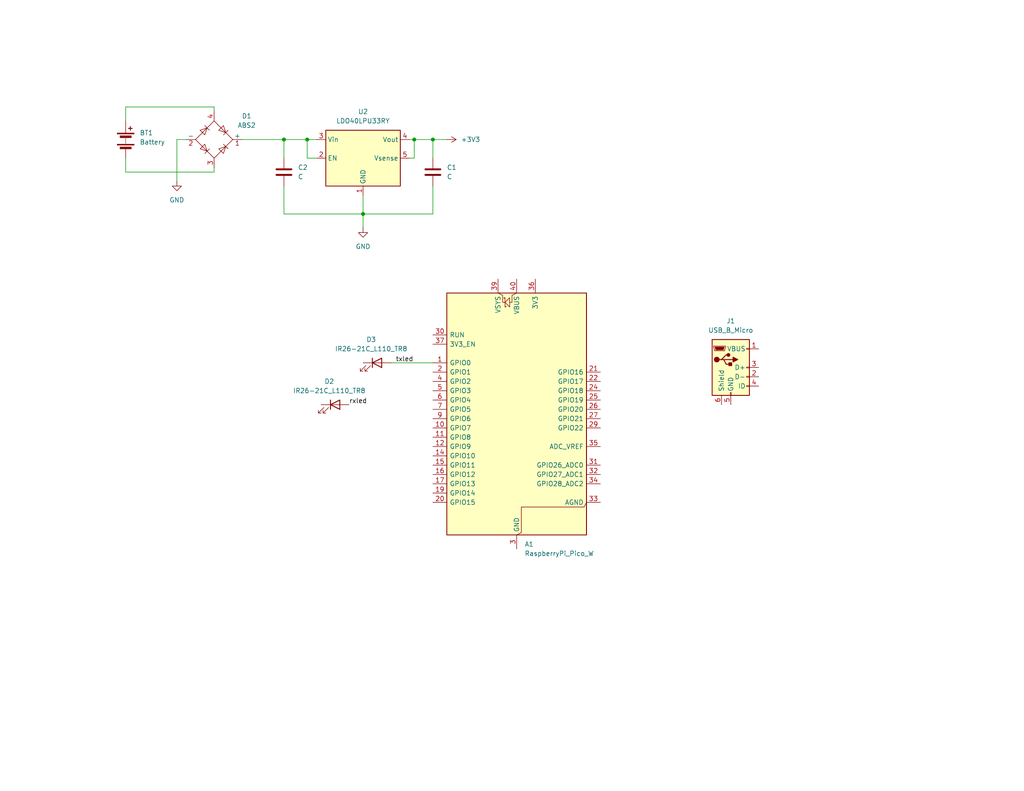
<source format=kicad_sch>
(kicad_sch (version 20250114) (generator "eeschema") (generator_version "9.0")
  (paper "USLetter")
  (title_block (title "28xIrBtAdapter") (date "2025-12-25") (rev "1") (company "tpowell11"))
  (lib_symbols
    (symbol "Connector:USB_B_Micro" (pin_names (offset 1.016))
      (property "Reference" "J" (at -5.08 11.43 0))
      (property "Value" "USB_B_Micro" (at -5.08 8.89 0))
      (symbol "USB_B_Micro_0_1"
        (rectangle (start -5.08 -7.62) (end 5.08 7.62) (stroke (width 0.254)) (fill (type background)))
        (polyline (pts (xy -4.699 5.842) (xy -4.699 5.588) (xy -4.445 4.826) (xy -4.445 4.572) (xy -1.651 4.572) (xy -1.651 4.826) (xy -1.397 5.588) (xy -1.397 5.842) (xy -4.699 5.842)))
        (polyline (pts (xy -4.318 5.588) (xy -1.778 5.588) (xy -2.032 4.826) (xy -4.064 4.826) (xy -4.318 5.588)) (fill (type outline)))
        (circle (center -3.81 2.159) (radius 0.635) (stroke (width 0.254)) (fill (type outline)))
        (polyline (pts (xy -3.175 2.159) (xy -2.54 2.159) (xy -1.27 3.429) (xy -0.635 3.429)) (stroke (width 0.254)))
        (polyline (pts (xy -2.54 2.159) (xy -1.905 2.159) (xy -1.27 0.889) (xy 0 0.889)) (stroke (width 0.254)))
        (polyline (pts (xy -1.905 2.159) (xy 0.635 2.159)) (stroke (width 0.254)))
        (circle (center -0.635 3.429) (radius 0.381) (stroke (width 0.254)) (fill (type outline)))
        (rectangle (start -0.127 -7.62) (end 0.127 -6.858))
        (rectangle (start 0.254 1.27) (end -0.508 0.508) (stroke (width 0.254)) (fill (type outline)))
        (polyline (pts (xy 0.635 2.794) (xy 0.635 1.524) (xy 1.905 2.159) (xy 0.635 2.794)) (stroke (width 0.254)) (fill (type outline)))
        (rectangle (start 5.08 4.953) (end 4.318 5.207))
        (rectangle (start 5.08 -0.127) (end 4.318 0.127))
        (rectangle (start 5.08 -2.667) (end 4.318 -2.413))
        (rectangle (start 5.08 -5.207) (end 4.318 -4.953))
      )
      (symbol "USB_B_Micro_1_1"
        (pin passive line (at -2.54 -10.16 90) (length 2.54) (name "Shield") (number "6"))
        (pin power_out line (at 0 -10.16 90) (length 2.54) (name "GND") (number "5"))
        (pin power_out line (at 7.62 5.08 180) (length 2.54) (name "VBUS") (number "1"))
        (pin bidirectional line (at 7.62 0 180) (length 2.54) (name "D+") (number "3"))
        (pin bidirectional line (at 7.62 -2.54 180) (length 2.54) (name "D-") (number "2"))
        (pin passive line (at 7.62 -5.08 180) (length 2.54) (name "ID") (number "4"))
      )
    )
    (symbol "Device:Battery" (pin_numbers (hide yes)) (pin_names (offset 0) (hide yes))
      (property "Reference" "BT" (at 2.54 2.54 0))
      (property "Value" "Battery" (at 2.54 0 0))
      (symbol "Battery_0_1"
        (rectangle (start -2.286 1.778) (end 2.286 1.524) (fill (type outline)))
        (rectangle (start -2.286 -1.27) (end 2.286 -1.524) (fill (type outline)))
        (rectangle (start -1.524 1.016) (end 1.524 0.508) (fill (type outline)))
        (rectangle (start -1.524 -2.032) (end 1.524 -2.54) (fill (type outline)))
        (polyline (pts (xy 0 1.778) (xy 0 2.54)))
        (polyline (pts (xy 0 0) (xy 0 0.254)))
        (polyline (pts (xy 0 -0.508) (xy 0 -0.254)))
        (polyline (pts (xy 0 -1.016) (xy 0 -0.762)))
        (polyline (pts (xy 0.762 3.048) (xy 1.778 3.048)) (stroke (width 0.254)))
        (polyline (pts (xy 1.27 3.556) (xy 1.27 2.54)) (stroke (width 0.254)))
      )
      (symbol "Battery_1_1"
        (pin passive line (at 0 5.08 270) (length 2.54) (name "+") (number "1"))
        (pin passive line (at 0 -5.08 90) (length 2.54) (name "-") (number "2"))
      )
    )
    (symbol "Device:C" (pin_numbers (hide yes)) (pin_names (offset 0.254))
      (property "Reference" "C" (at 0.635 2.54 0))
      (property "Value" "C" (at 0.635 -2.54 0))
      (symbol "C_0_1"
        (polyline (pts (xy -2.032 0.762) (xy 2.032 0.762)) (stroke (width 0.508)))
        (polyline (pts (xy -2.032 -0.762) (xy 2.032 -0.762)) (stroke (width 0.508)))
      )
      (symbol "C_1_1"
        (pin passive line (at 0 3.81 270) (length 2.794) (name "~") (number "1"))
        (pin passive line (at 0 -3.81 90) (length 2.794) (name "~") (number "2"))
      )
    )
    (symbol "Diode_Bridge:ABS2" (pin_names (offset 0))
      (property "Reference" "D" (at 2.54 6.985 0))
      (property "Value" "ABS2" (at 2.54 5.08 0))
      (symbol "ABS2_0_1"
        (polyline (pts (xy -5.08 0) (xy 0 -5.08) (xy 5.08 0) (xy 0 5.08) (xy -5.08 0)))
        (polyline (pts (xy -3.81 2.54) (xy -2.54 1.27) (xy -1.905 3.175) (xy -3.81 2.54)))
        (polyline (pts (xy -2.54 3.81) (xy -1.27 2.54)))
        (polyline (pts (xy -2.54 -1.27) (xy -3.81 -2.54) (xy -1.905 -3.175) (xy -2.54 -1.27)))
        (polyline (pts (xy -1.27 -2.54) (xy -2.54 -3.81)))
        (polyline (pts (xy 1.27 2.54) (xy 2.54 3.81) (xy 3.175 1.905) (xy 1.27 2.54)))
        (polyline (pts (xy 2.54 1.27) (xy 3.81 2.54)))
        (polyline (pts (xy 2.54 -1.27) (xy 3.81 -2.54)))
        (polyline (pts (xy 3.175 -1.905) (xy 1.27 -2.54) (xy 2.54 -3.81) (xy 3.175 -1.905)))
      )
      (symbol "ABS2_1_1"
        (pin passive line (at -7.62 0 0) (length 2.54) (name "-") (number "2"))
        (pin passive line (at 0 7.62 270) (length 2.54) (name "~") (number "4"))
        (pin passive line (at 0 -7.62 90) (length 2.54) (name "~") (number "3"))
        (pin passive line (at 7.62 0 180) (length 2.54) (name "+") (number "1"))
      )
    )
    (symbol "LED:IR26-21C_L110_TR8" (pin_numbers (hide yes)) (pin_names (offset 1.016) (hide yes))
      (property "Reference" "D" (at 0 2.54 0))
      (property "Value" "IR26-21C_L110_TR8" (at 0 -3.81 0))
      (symbol "IR26-21C_L110_TR8_0_1"
        (polyline (pts (xy -3.048 -0.762) (xy -4.572 -2.286) (xy -3.81 -2.286) (xy -4.572 -2.286) (xy -4.572 -1.524)))
        (polyline (pts (xy -1.778 -0.762) (xy -3.302 -2.286) (xy -2.54 -2.286) (xy -3.302 -2.286) (xy -3.302 -1.524)))
        (polyline (pts (xy -1.27 0) (xy 1.27 0)))
        (polyline (pts (xy -1.27 -1.27) (xy -1.27 1.27)) (stroke (width 0.254)))
        (polyline (pts (xy 1.27 -1.27) (xy 1.27 1.27) (xy -1.27 0) (xy 1.27 -1.27)) (stroke (width 0.254)))
      )
      (symbol "IR26-21C_L110_TR8_1_1"
        (pin passive line (at -3.81 0 0) (length 2.54) (name "K") (number "1"))
        (pin passive line (at 3.81 0 180) (length 2.54) (name "A") (number "2"))
      )
    )
    (symbol "MCU_Module:RaspberryPi_Pico_W" (pin_names (offset 0.762))
      (property "Reference" "A" (at -19.05 35.56 0))
      (property "Value" "RaspberryPi_Pico_W" (at 7.62 35.56 0))
      (symbol "RaspberryPi_Pico_W_0_1"
        (rectangle (start -19.05 34.29) (end 19.05 -31.75) (stroke (width 0.254)) (fill (type background)))
        (polyline (pts (xy -5.08 34.29) (xy -3.81 33.655) (xy -3.81 31.75) (xy -3.175 31.75)))
        (polyline (pts (xy -3.429 32.766) (xy -3.429 33.02) (xy -3.175 33.02) (xy -3.175 30.48) (xy -2.921 30.48) (xy -2.921 30.734)))
        (polyline (pts (xy -3.175 31.75) (xy -1.905 33.02) (xy -1.905 30.48) (xy -3.175 31.75)))
        (polyline (pts (xy 0 34.29) (xy -1.27 33.655) (xy -1.27 31.75) (xy -1.905 31.75)))
        (polyline (pts (xy 0 -31.75) (xy 1.27 -31.115) (xy 1.27 -24.13) (xy 18.415 -24.13) (xy 19.05 -22.86)))
      )
      (symbol "RaspberryPi_Pico_W_1_1"
        (pin passive line (at -22.86 22.86 0) (length 3.81) (name "RUN") (number "30"))
        (pin passive line (at -22.86 20.32 0) (length 3.81) (name "3V3_EN") (number "37"))
        (pin bidirectional line (at -22.86 15.24 0) (length 3.81) (name "GPIO0") (number "1"))
        (pin bidirectional line (at -22.86 12.7 0) (length 3.81) (name "GPIO1") (number "2"))
        (pin bidirectional line (at -22.86 10.16 0) (length 3.81) (name "GPIO2") (number "4"))
        (pin bidirectional line (at -22.86 7.62 0) (length 3.81) (name "GPIO3") (number "5"))
        (pin bidirectional line (at -22.86 5.08 0) (length 3.81) (name "GPIO4") (number "6"))
        (pin bidirectional line (at -22.86 2.54 0) (length 3.81) (name "GPIO5") (number "7"))
        (pin bidirectional line (at -22.86 0 0) (length 3.81) (name "GPIO6") (number "9"))
        (pin bidirectional line (at -22.86 -2.54 0) (length 3.81) (name "GPIO7") (number "10"))
        (pin bidirectional line (at -22.86 -5.08 0) (length 3.81) (name "GPIO8") (number "11"))
        (pin bidirectional line (at -22.86 -7.62 0) (length 3.81) (name "GPIO9") (number "12"))
        (pin bidirectional line (at -22.86 -10.16 0) (length 3.81) (name "GPIO10") (number "14"))
        (pin bidirectional line (at -22.86 -12.7 0) (length 3.81) (name "GPIO11") (number "15"))
        (pin bidirectional line (at -22.86 -15.24 0) (length 3.81) (name "GPIO12") (number "16"))
        (pin bidirectional line (at -22.86 -17.78 0) (length 3.81) (name "GPIO13") (number "17"))
        (pin bidirectional line (at -22.86 -20.32 0) (length 3.81) (name "GPIO14") (number "19"))
        (pin bidirectional line (at -22.86 -22.86 0) (length 3.81) (name "GPIO15") (number "20"))
        (pin power_in line (at -5.08 38.1 270) (length 3.81) (name "VSYS") (number "39"))
        (pin power_out line (at 0 38.1 270) (length 3.81) (name "VBUS") (number "40"))
        (pin passive line (at 0 -35.56 90) (length 3.81) (hide yes) (name "GND") (number "13"))
        (pin passive line (at 0 -35.56 90) (length 3.81) (hide yes) (name "GND") (number "18"))
        (pin passive line (at 0 -35.56 90) (length 3.81) (hide yes) (name "GND") (number "23"))
        (pin passive line (at 0 -35.56 90) (length 3.81) (hide yes) (name "GND") (number "28"))
        (pin power_out line (at 0 -35.56 90) (length 3.81) (name "GND") (number "3"))
        (pin passive line (at 0 -35.56 90) (length 3.81) (hide yes) (name "GND") (number "38"))
        (pin passive line (at 0 -35.56 90) (length 3.81) (hide yes) (name "GND") (number "8"))
        (pin power_out line (at 5.08 38.1 270) (length 3.81) (name "3V3") (number "36"))
        (pin bidirectional line (at 22.86 12.7 180) (length 3.81) (name "GPIO16") (number "21"))
        (pin bidirectional line (at 22.86 10.16 180) (length 3.81) (name "GPIO17") (number "22"))
        (pin bidirectional line (at 22.86 7.62 180) (length 3.81) (name "GPIO18") (number "24"))
        (pin bidirectional line (at 22.86 5.08 180) (length 3.81) (name "GPIO19") (number "25"))
        (pin bidirectional line (at 22.86 2.54 180) (length 3.81) (name "GPIO20") (number "26"))
        (pin bidirectional line (at 22.86 0 180) (length 3.81) (name "GPIO21") (number "27"))
        (pin bidirectional line (at 22.86 -2.54 180) (length 3.81) (name "GPIO22") (number "29"))
        (pin power_in line (at 22.86 -7.62 180) (length 3.81) (name "ADC_VREF") (number "35"))
        (pin bidirectional line (at 22.86 -12.7 180) (length 3.81) (name "GPIO26_ADC0") (number "31"))
        (pin bidirectional line (at 22.86 -15.24 180) (length 3.81) (name "GPIO27_ADC1") (number "32"))
        (pin bidirectional line (at 22.86 -17.78 180) (length 3.81) (name "GPIO28_ADC2") (number "34"))
        (pin power_out line (at 22.86 -22.86 180) (length 3.81) (name "AGND") (number "33"))
      )
    )
    (symbol "Regulator_Linear:LDO40LPU33RY"
      (property "Reference" "U" (at 0 0 0))
      (property "Value" "LDO40LPU33RY" (at 0 0 0))
      (symbol "LDO40LPU33RY_1_1"
        (rectangle (start -10.16 7.62) (end 10.16 -7.62) (stroke (width 0.254)) (fill (type background)))
        (pin power_in line (at -12.7 5.08 0) (length 2.54) (name "Vin") (number "3"))
        (pin input line (at -12.7 0 0) (length 2.54) (name "EN") (number "2"))
        (pin no_connect line (at -2.54 -10.16 90) (length 2.54) (hide yes) (name "NC") (number "6"))
        (pin power_in line (at 0 -10.16 90) (length 2.54) (name "GND") (number "1"))
        (pin passive line (at 0 -10.16 90) (length 2.54) (hide yes) (name "GND") (number "7"))
        (pin power_out line (at 12.7 5.08 180) (length 2.54) (name "Vout") (number "4"))
        (pin input line (at 12.7 0 180) (length 2.54) (name "Vsense") (number "5"))
      )
    )
    (symbol "power:+3V3" (power) (pin_numbers (hide yes)) (pin_names (offset 0) (hide yes))
      (property "Value" "+3V3" (at 0 3.556 0))
      (symbol "+3V3_0_1"
        (polyline (pts (xy -0.762 1.27) (xy 0 2.54)))
        (polyline (pts (xy 0 2.54) (xy 0.762 1.27)))
        (polyline (pts (xy 0 0) (xy 0 2.54)))
      )
      (symbol "+3V3_1_1"
        (pin power_in line (at 0 0 90) (length 0) (name "~") (number "1"))
      )
    )
    (symbol "power:GND" (power) (pin_numbers (hide yes)) (pin_names (offset 0) (hide yes))
      (property "Value" "GND" (at 0 -3.81 0))
      (symbol "GND_0_1"
        (polyline (pts (xy 0 0) (xy 0 -1.27) (xy 1.27 -1.27) (xy 0 -2.54) (xy -1.27 -1.27) (xy 0 -1.27)))
      )
      (symbol "GND_1_1"
        (pin power_in line (at 0 0 270) (length 0) (name "~") (number "1"))
      )
    )
  )
  (junction (at 118.11 38.1))
  (junction (at 83.82 38.1))
  (junction (at 113.03 38.1))
  (junction (at 77.47 38.1))
  (junction (at 99.06 58.42))
  (wire (pts (xy 83.82 38.1) (xy 86.36 38.1)))
  (wire (pts (xy 77.47 38.1) (xy 83.82 38.1)))
  (wire (pts (xy 34.29 46.99) (xy 58.42 46.99)))
  (wire (pts (xy 34.29 43.18) (xy 34.29 46.99)))
  (wire (pts (xy 58.42 29.21) (xy 34.29 29.21)))
  (wire (pts (xy 118.11 38.1) (xy 121.92 38.1)))
  (wire (pts (xy 113.03 38.1) (xy 118.11 38.1)))
  (wire (pts (xy 58.42 30.48) (xy 58.42 29.21)))
  (wire (pts (xy 48.26 38.1) (xy 48.26 49.53)))
  (wire (pts (xy 58.42 46.99) (xy 58.42 45.72)))
  (wire (pts (xy 77.47 50.8) (xy 77.47 58.42)))
  (wire (pts (xy 99.06 58.42) (xy 99.06 62.23)))
  (wire (pts (xy 66.04 38.1) (xy 77.47 38.1)))
  (wire (pts (xy 118.11 58.42) (xy 99.06 58.42)))
  (wire (pts (xy 50.8 38.1) (xy 48.26 38.1)))
  (wire (pts (xy 86.36 43.18) (xy 83.82 43.18)))
  (wire (pts (xy 106.68 99.06) (xy 118.11 99.06)))
  (wire (pts (xy 111.76 43.18) (xy 113.03 43.18)))
  (wire (pts (xy 113.03 38.1) (xy 111.76 38.1)))
  (wire (pts (xy 83.82 38.1) (xy 83.82 43.18)))
  (wire (pts (xy 113.03 43.18) (xy 113.03 38.1)))
  (wire (pts (xy 77.47 43.18) (xy 77.47 38.1)))
  (wire (pts (xy 99.06 58.42) (xy 99.06 53.34)))
  (wire (pts (xy 77.47 58.42) (xy 99.06 58.42)))
  (wire (pts (xy 34.29 29.21) (xy 34.29 33.02)))
  (wire (pts (xy 118.11 38.1) (xy 118.11 43.18)))
  (wire (pts (xy 118.11 50.8) (xy 118.11 58.42)))
  (label "rxled" (at 95.25 110.49 0))
  (label "txled" (at 107.95 99.06 0))
  (symbol (lib_id "Connector:USB_B_Micro") (at 199.39 100.33 0) (unit 1)
    (property "Reference" "J1" (at 199.39 87.63 0))
    (property "Value" "USB_B_Micro" (at 199.39 90.17 0))
    (property "Description" "USB Micro Type B connector" (effects (hide yes)))
  )
  (symbol (lib_id "Device:C") (at 118.11 46.99 0) (unit 1)
    (property "Reference" "C1" (at 121.92 45.7199 0) (effects (justify left)))
    (property "Value" "C" (at 121.92 48.2599 0) (effects (justify left)))
    (property "Description" "Unpolarized capacitor" (effects (hide yes)))
  )
  (symbol (lib_id "Device:C") (at 77.47 46.99 0) (unit 1)
    (property "Reference" "C2" (at 81.28 45.7199 0) (effects (justify left)))
    (property "Value" "C" (at 81.28 48.2599 0) (effects (justify left)))
    (property "Description" "Unpolarized capacitor" (effects (hide yes)))
  )
  (symbol (lib_id "Regulator_Linear:LDO40LPU33RY") (at 99.06 43.18 0) (unit 1)
    (property "Reference" "U2" (at 99.06 30.48 0))
    (property "Value" "LDO40LPU33RY" (at 99.06 33.02 0))
    (property "Footprint" "Package_DFN_QFN:DFN-6-1EP_3x3mm_P0.95mm_EP1.7x2.6mm" (effects (hide yes)))
    (property "Datasheet" "https://www.st.com/resource/en/datasheet/ldo40l.pdf" (effects (hide yes)))
    (property "Description" "400mA, 3.5V-38V input, fixed positive 3.3V output, LDO regulator with enable, DFN-6" (effects (hide yes)))
  )
  (symbol (lib_id "Device:Battery") (at 34.29 38.1 0) (unit 1)
    (property "Reference" "BT1" (at 38.1 36.2584 0) (effects (justify left)))
    (property "Value" "Battery" (at 38.1 38.7984 0) (effects (justify left)))
    (property "Description" "Multiple-cell battery" (effects (hide yes)))
  )
  (symbol (lib_id "power:+3V3") (at 121.92 38.1 270) (unit 1)
    (property "Reference" "#PWR01" (effects (hide yes)))
    (property "Value" "+3V3" (at 125.73 38.0999 90) (effects (justify left)))
    (property "Description" "Power symbol creates a global label with name \"+3V3\"" (effects (hide yes)))
  )
  (symbol (lib_id "power:GND") (at 48.26 49.53 0) (unit 1)
    (property "Reference" "#PWR03" (effects (hide yes)))
    (property "Value" "GND" (at 48.26 54.61 0))
    (property "Description" "Power symbol creates a global label with name \"GND\" , ground" (effects (hide yes)))
  )
  (symbol (lib_id "LED:IR26-21C_L110_TR8") (at 91.44 110.49 0) (unit 1)
    (property "Reference" "D2" (at 89.8525 104.14 0))
    (property "Value" "IR26-21C_L110_TR8" (at 89.8525 106.68 0))
    (property "Footprint" "LED_SMD:LED_1206_3216Metric" (effects (hide yes)))
    (property "Datasheet" "http://www.everlight.com/file/ProductFile/IR26-21C-L110-TR8.pdf" (effects (hide yes)))
    (property "Description" "940nm, 20 deg, Infrared LED, 1206" (effects (hide yes)))
  )
  (symbol (lib_id "LED:IR26-21C_L110_TR8") (at 102.87 99.06 0) (unit 1)
    (property "Reference" "D3" (at 101.2825 92.71 0))
    (property "Value" "IR26-21C_L110_TR8" (at 101.2825 95.25 0))
    (property "Footprint" "LED_SMD:LED_1206_3216Metric" (effects (hide yes)))
    (property "Datasheet" "http://www.everlight.com/file/ProductFile/IR26-21C-L110-TR8.pdf" (effects (hide yes)))
    (property "Description" "940nm, 20 deg, Infrared LED, 1206" (effects (hide yes)))
  )
  (symbol (lib_id "Diode_Bridge:ABS2") (at 58.42 38.1 0) (unit 1)
    (property "Reference" "D1" (at 67.31 31.6798 0))
    (property "Value" "ABS2" (at 67.31 34.2198 0))
    (property "Footprint" "Diode_SMD:Diode_Bridge_Diotec_ABS" (effects (hide yes)))
    (property "Datasheet" "https://diotec.com/tl_files/diotec/files/pdf/datasheets/abs2.pdf" (effects (hide yes)))
    (property "Description" "Miniature Glass Passivated Single-Phase Surface Mount Bridge Rectifiers, 140V Vrms, 0.8A If, ABS SMD package" (effects (hide yes)))
  )
  (symbol (lib_id "MCU_Module:RaspberryPi_Pico_W") (at 140.97 114.3 0) (unit 1)
    (property "Reference" "A1" (at 143.1133 148.59 0) (effects (justify left)))
    (property "Value" "RaspberryPi_Pico_W" (at 143.1133 151.13 0) (effects (justify left)))
    (property "Footprint" "Module:RaspberryPi_Pico_W_SMD_HandSolder" (effects (hide yes)))
    (property "Datasheet" "https://datasheets.raspberrypi.com/picow/pico-w-datasheet.pdf" (effects (hide yes)))
    (property "Description" "Versatile and inexpensive wireless microcontroller module powered by RP2040 dual-core Arm Cortex-M0+ processor up to 133 MHz, 264kB SRAM, 2MB QSPI flash, Infineon CYW43439 2.4GHz 802.11n wireless LAN; also supports Raspberry Pi Pico 2 W" (effects (hide yes)))
  )
  (symbol (lib_id "power:GND") (at 99.06 62.23 0) (unit 1)
    (property "Reference" "#PWR02" (effects (hide yes)))
    (property "Value" "GND" (at 99.06 67.31 0))
    (property "Description" "Power symbol creates a global label with name \"GND\" , ground" (effects (hide yes)))
  )
)
</source>
